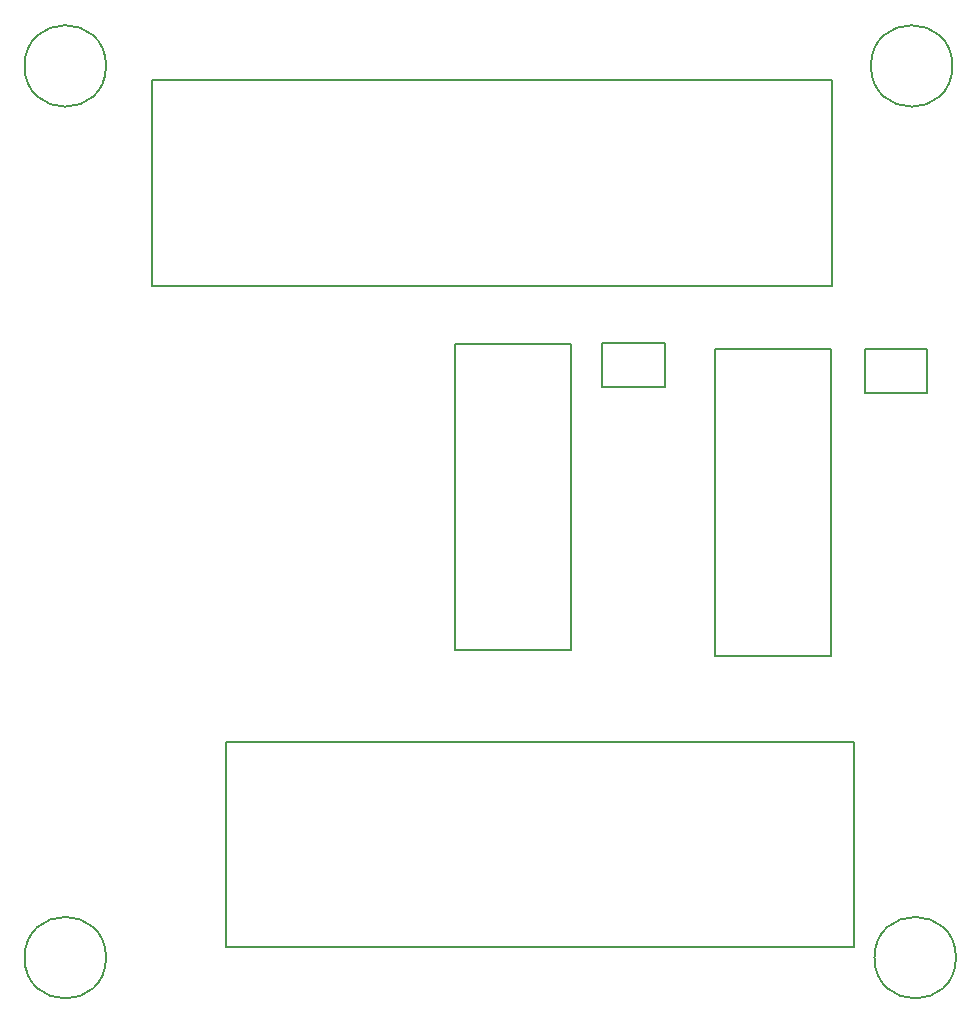
<source format=gbr>
G04 #@! TF.GenerationSoftware,KiCad,Pcbnew,(5.99.0-1468-g7e1294a4b)*
G04 #@! TF.CreationDate,2020-10-04T20:21:57+02:00*
G04 #@! TF.ProjectId,GB Dumper_SMD,47422044-756d-4706-9572-5f534d442e6b,rev?*
G04 #@! TF.SameCoordinates,Original*
G04 #@! TF.FileFunction,Other,User*
%FSLAX46Y46*%
G04 Gerber Fmt 4.6, Leading zero omitted, Abs format (unit mm)*
G04 Created by KiCad (PCBNEW (5.99.0-1468-g7e1294a4b)) date 2020-10-04 20:21:57*
%MOMM*%
%LPD*%
G01*
G04 APERTURE LIST*
%ADD10C,0.200000*%
%ADD11C,0.203200*%
G04 APERTURE END LIST*
D10*
X184010000Y-40700000D02*
G75*
G03*
X184010000Y-40700000I-3450000J0D01*
G01*
X112350000Y-40700000D02*
G75*
G03*
X112350000Y-40700000I-3450000J0D01*
G01*
X112350000Y-116200000D02*
G75*
G03*
X112350000Y-116200000I-3450000J0D01*
G01*
X184310000Y-116200000D02*
G75*
G03*
X184310000Y-116200000I-3450000J0D01*
G01*
X175700000Y-97950000D02*
X122500000Y-97950000D01*
X175700000Y-115300000D02*
X122500000Y-115300000D01*
X175700000Y-97950000D02*
X175700000Y-115300000D01*
X122500000Y-97950000D02*
X122500000Y-115300000D01*
D11*
X116210000Y-41910000D02*
X173810000Y-41910000D01*
X173810000Y-41910000D02*
X173810000Y-59310000D01*
X173810000Y-59310000D02*
X116210000Y-59310000D01*
X116210000Y-59310000D02*
X116210000Y-41910000D01*
D10*
X163900000Y-64700000D02*
X163900000Y-90650000D01*
X163900000Y-90650000D02*
X173700000Y-90650000D01*
X173700000Y-90650000D02*
X173700000Y-64700000D01*
X173700000Y-64700000D02*
X163900000Y-64700000D01*
X141900000Y-64200000D02*
X141900000Y-90150000D01*
X141900000Y-90150000D02*
X151700000Y-90150000D01*
X151700000Y-90150000D02*
X151700000Y-64200000D01*
X151700000Y-64200000D02*
X141900000Y-64200000D01*
X154350000Y-64150000D02*
X154350000Y-67850000D01*
X154350000Y-67850000D02*
X159650000Y-67850000D01*
X159650000Y-67850000D02*
X159650000Y-64150000D01*
X159650000Y-64150000D02*
X154350000Y-64150000D01*
X181900000Y-68350000D02*
X181900000Y-64650000D01*
X181900000Y-64650000D02*
X176600000Y-64650000D01*
X176600000Y-64650000D02*
X176600000Y-68350000D01*
X176600000Y-68350000D02*
X181900000Y-68350000D01*
M02*

</source>
